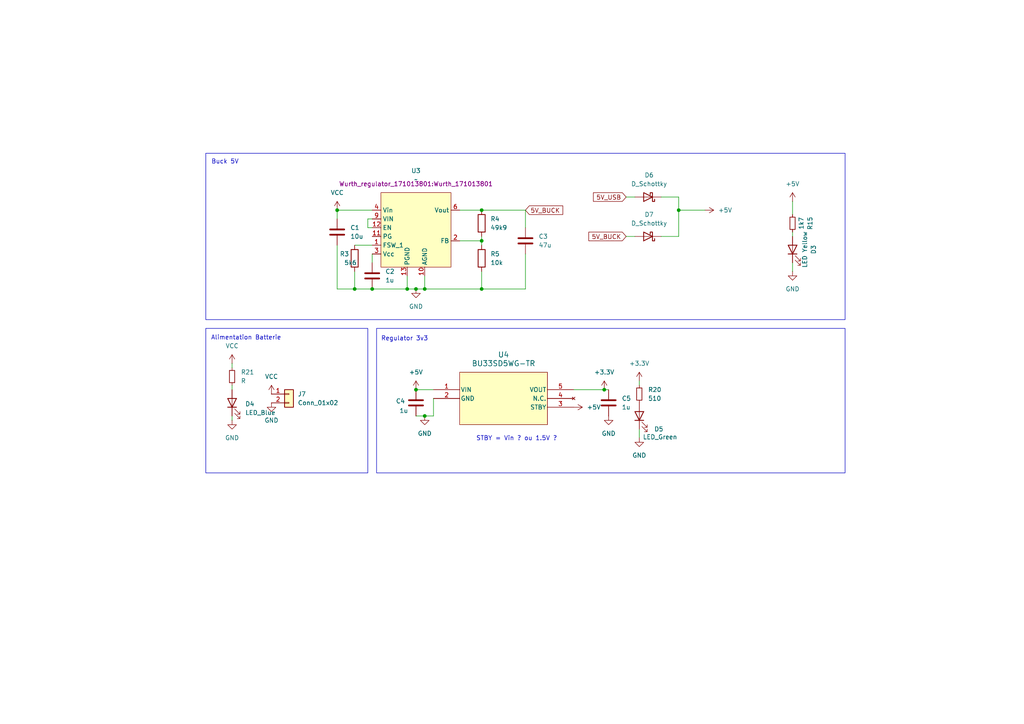
<source format=kicad_sch>
(kicad_sch (version 20250114) (generator "eeschema") (generator_version "9.0")
  (paper "A4")
  (lib_symbols
    (symbol "2025-03-16_15-16-17:BU33SD5WG-TR" (pin_names (offset 0.254))
      (property "Reference" "U" (at 20.32 10.16 0))
      (property "Value" "BU33SD5WG-TR" (at 20.32 7.62 0))
      (symbol "BU33SD5WG-TR_0_1"
        (polyline (pts (xy 7.62 5.08) (xy 7.62 -10.16)) (stroke (width 0.127)))
        (polyline (pts (xy 33.02 5.08) (xy 7.62 5.08)) (stroke (width 0.127)))
        (polyline (pts (xy 33.02 -10.16) (xy 33.02 5.08)) (stroke (width 0.127)))
        (pin unspecified line (at 0 0 0) (length 7.62) (name "VIN") (number "1"))
        (pin power_out line (at 0 -2.54 0) (length 7.62) (name "GND") (number "2"))
        (pin output line (at 40.64 0 180) (length 7.62) (name "VOUT") (number "5"))
        (pin no_connect line (at 40.64 -2.54 180) (length 7.62) (name "N.C.") (number "4"))
        (pin unspecified line (at 40.64 -5.08 180) (length 7.62) (name "STBY") (number "3"))
      )
      (symbol "BU33SD5WG-TR_1_1"
        (rectangle (start 7.62 5.08) (end 33.02 -10.16) (fill (type background)))
      )
    )
    (symbol "Connector_Generic:Conn_01x02" (pin_names (offset 1.016) (hide yes))
      (property "Reference" "J" (at 0 2.54 0))
      (property "Value" "Conn_01x02" (at 0 -5.08 0))
      (symbol "Conn_01x02_1_1"
        (rectangle (start -1.27 1.27) (end 1.27 -3.81) (stroke (width 0.254)) (fill (type background)))
        (rectangle (start -1.27 0.127) (end 0 -0.127) (stroke (width 0.1524)))
        (rectangle (start -1.27 -2.413) (end 0 -2.667) (stroke (width 0.1524)))
        (pin passive line (at -5.08 0 0) (length 3.81) (name "Pin_1") (number "1"))
        (pin passive line (at -5.08 -2.54 0) (length 3.81) (name "Pin_2") (number "2"))
      )
    )
    (symbol "Device:C" (pin_numbers (hide yes)) (pin_names (offset 0.254))
      (property "Reference" "C" (at 0.635 2.54 0))
      (property "Value" "C" (at 0.635 -2.54 0))
      (symbol "C_0_1"
        (polyline (pts (xy -2.032 0.762) (xy 2.032 0.762)) (stroke (width 0.508)))
        (polyline (pts (xy -2.032 -0.762) (xy 2.032 -0.762)) (stroke (width 0.508)))
      )
      (symbol "C_1_1"
        (pin passive line (at 0 3.81 270) (length 2.794) (name "~") (number "1"))
        (pin passive line (at 0 -3.81 90) (length 2.794) (name "~") (number "2"))
      )
    )
    (symbol "Device:D_Schottky" (pin_numbers (hide yes)) (pin_names (offset 1.016) (hide yes))
      (property "Reference" "D" (at 0 2.54 0))
      (property "Value" "D_Schottky" (at 0 -2.54 0))
      (symbol "D_Schottky_0_1"
        (polyline (pts (xy -1.905 0.635) (xy -1.905 1.27) (xy -1.27 1.27) (xy -1.27 -1.27) (xy -0.635 -1.27) (xy -0.635 -0.635)) (stroke (width 0.254)))
        (polyline (pts (xy 1.27 1.27) (xy 1.27 -1.27) (xy -1.27 0) (xy 1.27 1.27)) (stroke (width 0.254)))
        (polyline (pts (xy 1.27 0) (xy -1.27 0)))
      )
      (symbol "D_Schottky_1_1"
        (pin passive line (at -3.81 0 0) (length 2.54) (name "K") (number "1"))
        (pin passive line (at 3.81 0 180) (length 2.54) (name "A") (number "2"))
      )
    )
    (symbol "Device:LED" (pin_numbers (hide yes)) (pin_names (offset 1.016) (hide yes))
      (property "Reference" "D" (at 0 2.54 0))
      (property "Value" "LED" (at 0 -2.54 0))
      (symbol "LED_0_1"
        (polyline (pts (xy -3.048 -0.762) (xy -4.572 -2.286) (xy -3.81 -2.286) (xy -4.572 -2.286) (xy -4.572 -1.524)))
        (polyline (pts (xy -1.778 -0.762) (xy -3.302 -2.286) (xy -2.54 -2.286) (xy -3.302 -2.286) (xy -3.302 -1.524)))
        (polyline (pts (xy -1.27 0) (xy 1.27 0)))
        (polyline (pts (xy -1.27 -1.27) (xy -1.27 1.27)) (stroke (width 0.254)))
        (polyline (pts (xy 1.27 -1.27) (xy 1.27 1.27) (xy -1.27 0) (xy 1.27 -1.27)) (stroke (width 0.254)))
      )
      (symbol "LED_1_1"
        (pin passive line (at -3.81 0 0) (length 2.54) (name "K") (number "1"))
        (pin passive line (at 3.81 0 180) (length 2.54) (name "A") (number "2"))
      )
    )
    (symbol "Device:R" (pin_numbers (hide yes)) (pin_names (offset 0))
      (property "Reference" "R" (at 2.032 0 90))
      (property "Value" "R" (at 0 0 90))
      (symbol "R_0_1"
        (rectangle (start -1.016 -2.54) (end 1.016 2.54) (stroke (width 0.254)))
      )
      (symbol "R_1_1"
        (pin passive line (at 0 3.81 270) (length 1.27) (name "~") (number "1"))
        (pin passive line (at 0 -3.81 90) (length 1.27) (name "~") (number "2"))
      )
    )
    (symbol "Device:R_Small" (pin_numbers (hide yes)) (pin_names (offset 0.254) (hide yes))
      (property "Reference" "R" (at 0.762 0.508 0))
      (property "Value" "R_Small" (at 0.762 -1.016 0))
      (symbol "R_Small_0_1"
        (rectangle (start -0.762 1.778) (end 0.762 -1.778) (stroke (width 0.2032)))
      )
      (symbol "R_Small_1_1"
        (pin passive line (at 0 2.54 270) (length 0.762) (name "~") (number "1"))
        (pin passive line (at 0 -2.54 90) (length 0.762) (name "~") (number "2"))
      )
    )
    (symbol "Wurth_regulator_171013801:Regulator_Wurth_171013801"
      (property "Reference" "U" (at -0.254 7.366 0))
      (property "Footprint" "Wurth_regulator_171013801:Wurth_171013801" (at 4.064 11.43 0))
      (symbol "Regulator_Wurth_171013801_1_1"
        (rectangle (start -10.16 10.16) (end 10.16 -11.43) (fill (type background)))
        (pin power_in line (at -12.7 5.08 0) (length 2.54) (name "Vin") (number "4"))
        (pin power_in line (at -12.7 5.08 0) (length 2.54) (hide yes) (name "Vin") (number "5"))
        (pin power_out line (at -12.7 2.54 0) (length 2.54) (name "VIN") (number "9"))
        (pin input line (at -12.7 0 0) (length 2.54) (name "EN") (number "12"))
        (pin power_in line (at -12.7 -2.54 0) (length 2.54) (name "PG") (number "11"))
        (pin input line (at -12.7 -5.08 0) (length 2.54) (name "FSW_1") (number "1"))
        (pin power_out line (at -12.7 -7.62 0) (length 2.54) (name "Vcc") (number "3"))
        (pin input line (at -2.54 -13.97 90) (length 2.54) (name "PGND") (number "13"))
        (pin input line (at 2.54 -13.97 90) (length 2.54) (name "AGND") (number "10"))
        (pin power_out line (at 12.7 5.08 180) (length 2.54) (name "Vout") (number "6"))
        (pin power_out line (at 12.7 5.08 180) (length 2.54) (hide yes) (name "Vout") (number "7"))
        (pin no_connect line (at 12.7 2.54 180) (length 2.54) (hide yes) (name "DNC") (number "8"))
        (pin input line (at 12.7 -3.81 180) (length 2.54) (name "FB") (number "2"))
      )
    )
    (symbol "power:+3.3V" (power) (pin_numbers (hide yes)) (pin_names (offset 0) (hide yes))
      (property "Value" "+3.3V" (at 0 3.556 0))
      (symbol "+3.3V_0_1"
        (polyline (pts (xy -0.762 1.27) (xy 0 2.54)))
        (polyline (pts (xy 0 2.54) (xy 0.762 1.27)))
        (polyline (pts (xy 0 0) (xy 0 2.54)))
      )
      (symbol "+3.3V_1_1"
        (pin power_in line (at 0 0 90) (length 0) (name "~") (number "1"))
      )
    )
    (symbol "power:+5V" (power) (pin_numbers (hide yes)) (pin_names (offset 0) (hide yes))
      (property "Value" "+5V" (at 0 3.556 0))
      (symbol "+5V_0_1"
        (polyline (pts (xy -0.762 1.27) (xy 0 2.54)))
        (polyline (pts (xy 0 2.54) (xy 0.762 1.27)))
        (polyline (pts (xy 0 0) (xy 0 2.54)))
      )
      (symbol "+5V_1_1"
        (pin power_in line (at 0 0 90) (length 0) (name "~") (number "1"))
      )
    )
    (symbol "power:GND" (power) (pin_numbers (hide yes)) (pin_names (offset 0) (hide yes))
      (property "Value" "GND" (at 0 -3.81 0))
      (symbol "GND_0_1"
        (polyline (pts (xy 0 0) (xy 0 -1.27) (xy 1.27 -1.27) (xy 0 -2.54) (xy -1.27 -1.27) (xy 0 -1.27)))
      )
      (symbol "GND_1_1"
        (pin power_in line (at 0 0 270) (length 0) (name "~") (number "1"))
      )
    )
    (symbol "power:VCC" (power) (pin_numbers (hide yes)) (pin_names (offset 0) (hide yes))
      (property "Value" "VCC" (at 0 3.556 0))
      (symbol "VCC_0_1"
        (polyline (pts (xy -0.762 1.27) (xy 0 2.54)))
        (polyline (pts (xy 0 2.54) (xy 0.762 1.27)))
        (polyline (pts (xy 0 0) (xy 0 2.54)))
      )
      (symbol "VCC_1_1"
        (pin power_in line (at 0 0 90) (length 0) (name "~") (number "1"))
      )
    )
  )
  (rectangle (start 59.69 95.25) (end 106.68 137.16))
  (rectangle (start 59.69 44.45) (end 245.11 92.71))
  (rectangle (start 109.22 95.25) (end 245.11 137.16))
  (text "Alimentation Batterie" (at 71.374 98.044 0) (effects (font (size 1.27 1.27))))
  (text "Regulator 3v3\n" (at 117.348 98.298 0) (effects (font (size 1.27 1.27))))
  (text "STBY = Vin ? ou 1.5V ?\n" (at 149.86 127.254 0) (effects (font (size 1.27 1.27))))
  (text "Buck 5V\n" (at 65.278 46.99 0) (effects (font (size 1.27 1.27))))
  (junction (at 102.87 83.82))
  (junction (at 139.7 69.85))
  (junction (at 97.79 60.96))
  (junction (at 120.65 113.03))
  (junction (at 196.85 60.96))
  (junction (at 118.11 83.82))
  (junction (at 123.19 83.82))
  (junction (at 107.95 83.82))
  (junction (at 139.7 83.82))
  (junction (at 123.19 120.65))
  (junction (at 120.65 83.82))
  (junction (at 175.26 113.03))
  (junction (at 139.7 60.96))
  (wire (pts (xy 118.11 83.82) (xy 120.65 83.82)))
  (wire (pts (xy 139.7 68.58) (xy 139.7 69.85)))
  (wire (pts (xy 97.79 71.12) (xy 97.79 83.82)))
  (wire (pts (xy 67.31 111.76) (xy 67.31 113.03)))
  (wire (pts (xy 106.68 66.04) (xy 107.95 66.04)))
  (wire (pts (xy 102.87 83.82) (xy 102.87 78.74)))
  (wire (pts (xy 67.31 120.65) (xy 67.31 121.92)))
  (wire (pts (xy 118.11 83.82) (xy 107.95 83.82)))
  (wire (pts (xy 97.79 60.96) (xy 107.95 60.96)))
  (wire (pts (xy 196.85 60.96) (xy 204.47 60.96)))
  (wire (pts (xy 67.31 105.41) (xy 67.31 106.68)))
  (wire (pts (xy 139.7 83.82) (xy 139.7 78.74)))
  (wire (pts (xy 133.35 60.96) (xy 139.7 60.96)))
  (wire (pts (xy 196.85 60.96) (xy 196.85 57.15)))
  (wire (pts (xy 106.68 63.5) (xy 106.68 66.04)))
  (wire (pts (xy 123.19 83.82) (xy 139.7 83.82)))
  (wire (pts (xy 123.19 83.82) (xy 123.19 80.01)))
  (wire (pts (xy 196.85 57.15) (xy 191.77 57.15)))
  (wire (pts (xy 181.61 68.58) (xy 184.15 68.58)))
  (wire (pts (xy 125.73 115.57) (xy 125.73 120.65)))
  (wire (pts (xy 125.73 120.65) (xy 123.19 120.65)))
  (wire (pts (xy 107.95 83.82) (xy 102.87 83.82)))
  (wire (pts (xy 139.7 60.96) (xy 152.4 60.96)))
  (wire (pts (xy 191.77 68.58) (xy 196.85 68.58)))
  (wire (pts (xy 107.95 73.66) (xy 107.95 76.2)))
  (wire (pts (xy 97.79 83.82) (xy 102.87 83.82)))
  (wire (pts (xy 181.61 57.15) (xy 184.15 57.15)))
  (wire (pts (xy 152.4 83.82) (xy 139.7 83.82)))
  (wire (pts (xy 97.79 60.96) (xy 97.79 63.5)))
  (wire (pts (xy 229.87 58.42) (xy 229.87 62.23)))
  (wire (pts (xy 118.11 80.01) (xy 118.11 83.82)))
  (wire (pts (xy 196.85 68.58) (xy 196.85 60.96)))
  (wire (pts (xy 120.65 83.82) (xy 123.19 83.82)))
  (wire (pts (xy 139.7 69.85) (xy 139.7 71.12)))
  (wire (pts (xy 229.87 76.2) (xy 229.87 78.74)))
  (wire (pts (xy 102.87 71.12) (xy 107.95 71.12)))
  (wire (pts (xy 120.65 113.03) (xy 125.73 113.03)))
  (wire (pts (xy 229.87 67.31) (xy 229.87 68.58)))
  (wire (pts (xy 133.35 69.85) (xy 139.7 69.85)))
  (wire (pts (xy 166.37 113.03) (xy 175.26 113.03)))
  (wire (pts (xy 152.4 73.66) (xy 152.4 83.82)))
  (wire (pts (xy 107.95 63.5) (xy 106.68 63.5)))
  (wire (pts (xy 152.4 60.96) (xy 152.4 66.04)))
  (wire (pts (xy 185.42 110.49) (xy 185.42 111.76)))
  (wire (pts (xy 176.53 113.03) (xy 175.26 113.03)))
  (wire (pts (xy 185.42 124.46) (xy 185.42 127)))
  (wire (pts (xy 123.19 120.65) (xy 120.65 120.65)))
  (global_label "5V_USB" (shape input) (at 181.61 57.15 180) (property "Intersheetrefs" "${INTERSHEET_REFS}" (effects (hide yes))))
  (global_label "5V_BUCK" (shape input) (at 181.61 68.58 180) (property "Intersheetrefs" "${INTERSHEET_REFS}" (effects (hide yes))))
  (global_label "5V_BUCK" (shape input) (at 152.4 60.96 0) (property "Intersheetrefs" "${INTERSHEET_REFS}" (effects (hide yes))))
  (symbol (lib_id "Device:LED") (at 229.87 72.39 90) (unit 1)
    (property "Reference" "D3" (at 235.966 72.39 0))
    (property "Value" "LED Yellow" (at 233.426 72.39 0))
    (property "Footprint" "LED_SMD:LED_0603_1608Metric" (effects (hide yes)))
    (property "Datasheet" "https://www.we-online.com/components/products/datasheet/150060YS55040.pdf" (effects (hide yes)))
    (property "Description" "Light emitting diode" (effects (hide yes)))
    (property "MPN" "150060YS55040" (effects (hide yes)))
  )
  (symbol (lib_id "Device:C") (at 120.65 116.84 0) (unit 1)
    (property "Reference" "C4" (at 114.808 116.332 0) (effects (justify left)))
    (property "Value" "1u" (at 115.824 119.126 0) (effects (justify left)))
    (property "Footprint" "Capacitor_SMD:C_0402_1005Metric" (effects (hide yes)))
    (property "Description" "Unpolarized capacitor" (effects (hide yes)))
  )
  (symbol (lib_id "power:+5V") (at 204.47 60.96 270) (unit 1)
    (property "Reference" "#PWR019" (effects (hide yes)))
    (property "Value" "+5V" (at 208.28 60.9599 90) (effects (justify left)))
    (property "Description" "Power symbol creates a global label with name \"+5V\"" (effects (hide yes)))
  )
  (symbol (lib_id "power:VCC") (at 78.74 114.3 0) (unit 1)
    (property "Reference" "#PWR05" (effects (hide yes)))
    (property "Value" "VCC" (at 78.74 109.22 0))
    (property "Description" "Power symbol creates a global label with name \"VCC\"" (effects (hide yes)))
  )
  (symbol (lib_id "power:GND") (at 185.42 127 0) (unit 1)
    (property "Reference" "#PWR056" (effects (hide yes)))
    (property "Value" "GND" (at 185.42 132.08 0))
    (property "Description" "Power symbol creates a global label with name \"GND\" , ground" (effects (hide yes)))
  )
  (symbol (lib_id "Device:R") (at 139.7 64.77 0) (unit 1)
    (property "Reference" "R4" (at 142.24 63.4999 0) (effects (justify left)))
    (property "Value" "49k9" (at 142.24 66.0399 0) (effects (justify left)))
    (property "Footprint" "Resistor_SMD:R_0402_1005Metric" (effects (hide yes)))
    (property "Description" "Resistor" (effects (hide yes)))
  )
  (symbol (lib_id "Connector_Generic:Conn_01x02") (at 83.82 114.3 0) (unit 1)
    (property "Reference" "J7" (at 86.36 114.2999 0) (effects (justify left)))
    (property "Value" "Conn_01x02" (at 86.36 116.8399 0) (effects (justify left)))
    (property "Footprint" "Connector_JST:JST_XH_B2B-XH-A_1x02_P2.50mm_Vertical" (effects (hide yes)))
    (property "Description" "Generic connector, single row, 01x02, script generated (kicad-library-utils/schlib/autogen/connector/)" (effects (hide yes)))
  )
  (symbol (lib_id "power:GND") (at 123.19 120.65 0) (unit 1)
    (property "Reference" "#PWR011" (effects (hide yes)))
    (property "Value" "GND" (at 123.19 125.73 0))
    (property "Description" "Power symbol creates a global label with name \"GND\" , ground" (effects (hide yes)))
  )
  (symbol (lib_id "Device:R_Small") (at 185.42 114.3 0) (unit 1)
    (property "Reference" "R20" (at 187.96 113.0299 0) (effects (justify left)))
    (property "Value" "510" (at 187.96 115.5699 0) (effects (justify left)))
    (property "Footprint" "Resistor_SMD:R_0402_1005Metric" (effects (hide yes)))
    (property "Description" "Resistor, small symbol" (effects (hide yes)))
  )
  (symbol (lib_id "power:VCC") (at 120.65 113.03 0) (unit 1)
    (property "Reference" "#PWR08" (effects (hide yes)))
    (property "Value" "+5V" (at 120.65 107.95 0))
    (property "Description" "Power symbol creates a global label with name \"VCC\"" (effects (hide yes)))
  )
  (symbol (lib_id "Device:C") (at 97.79 67.31 0) (unit 1)
    (property "Reference" "C1" (at 101.6 66.0399 0) (effects (justify left)))
    (property "Value" "10u" (at 101.6 68.5799 0) (effects (justify left)))
    (property "Footprint" "Capacitor_SMD:C_0805_2012Metric" (effects (hide yes)))
    (property "Description" "Unpolarized capacitor" (effects (hide yes)))
  )
  (symbol (lib_id "power:GND") (at 120.65 83.82 0) (unit 1)
    (property "Reference" "#PWR03" (effects (hide yes)))
    (property "Value" "GND" (at 120.65 88.9 0))
    (property "Description" "Power symbol creates a global label with name \"GND\" , ground" (effects (hide yes)))
  )
  (symbol (lib_id "Device:LED") (at 67.31 116.84 90) (unit 1)
    (property "Reference" "D4" (at 71.12 117.1574 90) (effects (justify right)))
    (property "Value" "LED_Blue" (at 71.12 119.6974 90) (effects (justify right)))
    (property "Footprint" "LED_SMD:LED_0603_1608Metric" (effects (hide yes)))
    (property "Datasheet" "https://www.we-online.com/components/products/datasheet/150060BS55040.pdf" (effects (hide yes)))
    (property "Description" "Light emitting diode" (effects (hide yes)))
  )
  (symbol (lib_id "Device:LED") (at 185.42 120.65 90) (unit 1)
    (property "Reference" "D5" (at 189.738 124.46 90) (effects (justify right)))
    (property "Value" "LED_Green" (at 186.436 126.746 90) (effects (justify right)))
    (property "Footprint" "LED_SMD:LED_0603_1608Metric" (effects (hide yes)))
    (property "Description" "Light emitting diode" (effects (hide yes)))
  )
  (symbol (lib_id "Device:D_Schottky") (at 187.96 57.15 180) (unit 1)
    (property "Reference" "D6" (at 188.2775 50.8 0))
    (property "Value" "D_Schottky" (at 188.2775 53.34 0))
    (property "Description" "Schottky diode" (effects (hide yes)))
  )
  (symbol (lib_id "power:+5V") (at 229.87 58.42 0) (unit 1)
    (property "Reference" "#PWR07" (effects (hide yes)))
    (property "Value" "+5V" (at 229.87 53.34 0))
    (property "Description" "Power symbol creates a global label with name \"+5V\"" (effects (hide yes)))
  )
  (symbol (lib_id "power:VCC") (at 97.79 60.96 0) (unit 1)
    (property "Reference" "#PWR06" (effects (hide yes)))
    (property "Value" "VCC" (at 97.79 55.88 0))
    (property "Description" "Power symbol creates a global label with name \"VCC\"" (effects (hide yes)))
  )
  (symbol (lib_id "Device:R") (at 139.7 74.93 0) (unit 1)
    (property "Reference" "R5" (at 142.24 73.6599 0) (effects (justify left)))
    (property "Value" "10k" (at 142.24 76.1999 0) (effects (justify left)))
    (property "Footprint" "Resistor_SMD:R_0402_1005Metric" (effects (hide yes)))
    (property "Description" "Resistor" (effects (hide yes)))
  )
  (symbol (lib_id "power:GND") (at 176.53 120.65 0) (unit 1)
    (property "Reference" "#PWR010" (effects (hide yes)))
    (property "Value" "GND" (at 176.53 125.73 0))
    (property "Description" "Power symbol creates a global label with name \"GND\" , ground" (effects (hide yes)))
  )
  (symbol (lib_id "2025-03-16_15-16-17:BU33SD5WG-TR") (at 125.73 113.03 0) (unit 1)
    (property "Reference" "U4" (at 146.05 102.87 0) (effects (font (size 1.524 1.524))))
    (property "Value" "BU33SD5WG-TR" (at 146.05 105.41 0) (effects (font (size 1.524 1.524))))
    (property "Footprint" "SSOP5_ROM" (effects (hide yes)))
    (property "Datasheet" "https://fscdn.rohm.com/en/products/databook/datasheet/ic/power/linear_regulator/buxxsd5wg-e.pdf" (effects (hide yes)))
    (property "Sim.Library" "C:\\Users\\garbe\\Downloads\\BU33SD5WG_TR\\SSOP5_ROM.stl" (effects (hide yes)))
  )
  (symbol (lib_id "power:GND") (at 67.31 121.92 0) (unit 1)
    (property "Reference" "#PWR052" (effects (hide yes)))
    (property "Value" "GND" (at 67.31 127 0))
    (property "Description" "Power symbol creates a global label with name \"GND\" , ground" (effects (hide yes)))
  )
  (symbol (lib_id "Device:C") (at 152.4 69.85 0) (unit 1)
    (property "Reference" "C3" (at 156.21 68.5799 0) (effects (justify left)))
    (property "Value" "47u" (at 156.21 71.1199 0) (effects (justify left)))
    (property "Footprint" "Capacitor_SMD:C_0805_2012Metric" (effects (hide yes)))
    (property "Description" "Unpolarized capacitor" (effects (hide yes)))
  )
  (symbol (lib_id "power:VCC") (at 166.37 118.11 270) (unit 1)
    (property "Reference" "#PWR031" (effects (hide yes)))
    (property "Value" "+5V" (at 170.18 118.1099 90) (effects (justify left)))
    (property "Description" "Power symbol creates a global label with name \"VCC\"" (effects (hide yes)))
  )
  (symbol (lib_id "power:GND") (at 229.87 78.74 0) (unit 1)
    (property "Reference" "#PWR057" (effects (hide yes)))
    (property "Value" "GND" (at 229.87 83.82 0))
    (property "Description" "Power symbol creates a global label with name \"GND\" , ground" (effects (hide yes)))
  )
  (symbol (lib_id "power:+3.3V") (at 185.42 110.49 0) (unit 1)
    (property "Reference" "#PWR055" (effects (hide yes)))
    (property "Value" "+3.3V" (at 185.42 105.41 0))
    (property "Description" "Power symbol creates a global label with name \"+3.3V\"" (effects (hide yes)))
  )
  (symbol (lib_id "Device:R_Small") (at 67.31 109.22 0) (unit 1)
    (property "Reference" "R21" (at 69.85 107.9499 0) (effects (justify left)))
    (property "Value" "R" (at 69.85 110.4899 0) (effects (justify left)))
    (property "Footprint" "Resistor_SMD:R_0402_1005Metric" (effects (hide yes)))
    (property "Description" "Resistor, small symbol" (effects (hide yes)))
  )
  (symbol (lib_id "power:GND") (at 78.74 116.84 0) (unit 1)
    (property "Reference" "#PWR04" (effects (hide yes)))
    (property "Value" "GND" (at 78.74 121.92 0))
    (property "Description" "Power symbol creates a global label with name \"GND\" , ground" (effects (hide yes)))
  )
  (symbol (lib_id "power:VCC") (at 67.31 105.41 0) (unit 1)
    (property "Reference" "#PWR051" (effects (hide yes)))
    (property "Value" "VCC" (at 67.31 100.33 0))
    (property "Description" "Power symbol creates a global label with name \"VCC\"" (effects (hide yes)))
  )
  (symbol (lib_id "Device:R") (at 102.87 74.93 0) (unit 1)
    (property "Reference" "R3" (at 98.552 73.66 0) (effects (justify left)))
    (property "Value" "5k6" (at 99.822 76.2 0) (effects (justify left)))
    (property "Footprint" "Resistor_SMD:R_0402_1005Metric" (effects (hide yes)))
    (property "Description" "Resistor" (effects (hide yes)))
  )
  (symbol (lib_id "Device:D_Schottky") (at 187.96 68.58 180) (unit 1)
    (property "Reference" "D7" (at 188.2775 62.23 0))
    (property "Value" "D_Schottky" (at 188.2775 64.77 0))
    (property "Description" "Schottky diode" (effects (hide yes)))
  )
  (symbol (lib_id "Wurth_regulator_171013801:Regulator_Wurth_171013801") (at 120.65 66.04 0) (unit 1)
    (property "Reference" "U3" (at 120.65 49.53 0))
    (property "Value" "~" (at 120.65 52.07 0))
    (property "Footprint" "Wurth_regulator_171013801:Wurth_171013801" (at 120.65 53.34 0))
    (property "Datasheet" "https://www.we-online.com/en/components/products/datasheet/171013801.pdf" (effects (hide yes)))
    (property "MPN" "171013801" (effects (hide yes)))
  )
  (symbol (lib_id "Device:R_Small") (at 229.87 64.77 0) (unit 1)
    (property "Reference" "R15" (at 234.95 64.77 90))
    (property "Value" "1k7" (at 232.41 64.77 90))
    (property "Footprint" "Resistor_SMD:R_0402_1005Metric" (effects (hide yes)))
    (property "Description" "Resistor, small symbol" (effects (hide yes)))
  )
  (symbol (lib_id "Device:C") (at 107.95 80.01 0) (unit 1)
    (property "Reference" "C2" (at 111.76 78.7399 0) (effects (justify left)))
    (property "Value" "1u" (at 111.76 81.2799 0) (effects (justify left)))
    (property "Footprint" "Capacitor_SMD:C_0402_1005Metric" (effects (hide yes)))
    (property "Description" "Unpolarized capacitor" (effects (hide yes)))
  )
  (symbol (lib_id "power:VCC") (at 175.26 113.03 0) (unit 1)
    (property "Reference" "#PWR09" (effects (hide yes)))
    (property "Value" "+3.3V" (at 175.26 107.95 0))
    (property "Description" "Power symbol creates a global label with name \"VCC\"" (effects (hide yes)))
  )
  (symbol (lib_id "Device:C") (at 176.53 116.84 180) (unit 1)
    (property "Reference" "C5" (at 180.34 115.5699 0) (effects (justify right)))
    (property "Value" "1u" (at 180.34 118.1099 0) (effects (justify right)))
    (property "Footprint" "Capacitor_SMD:C_0402_1005Metric" (effects (hide yes)))
    (property "Description" "Unpolarized capacitor" (effects (hide yes)))
  )
)
</source>
